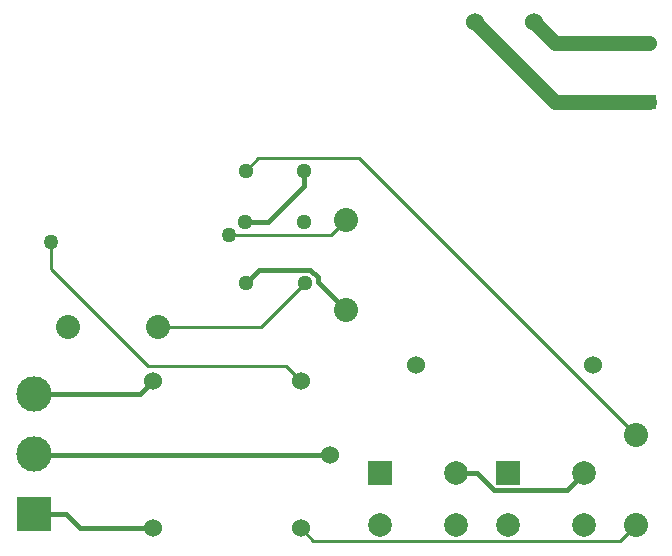
<source format=gbl>
G04 Layer_Physical_Order=2*
G04 Layer_Color=16711680*
%FSLAX24Y24*%
%MOIN*%
G70*
G01*
G75*
%ADD13C,0.0150*%
%ADD14C,0.0100*%
%ADD15R,0.0500X0.0500*%
%ADD16C,0.0500*%
%ADD17C,0.1181*%
%ADD18R,0.1181X0.1181*%
%ADD19C,0.0512*%
%ADD20C,0.0787*%
%ADD21R,0.0787X0.0787*%
%ADD22C,0.0600*%
%ADD23C,0.0800*%
%ADD24C,0.0500*%
D13*
X2140Y1640D02*
X3200D01*
X3681Y1159D01*
X6114D01*
X2140Y3640D02*
X2160Y3620D01*
X12020D01*
X5674Y5640D02*
X6114Y6081D01*
X2140Y5640D02*
X5674D01*
X11160Y12560D02*
Y13080D01*
X9960Y11360D02*
X11160Y12560D01*
X9190Y11360D02*
X9960D01*
X9661Y9781D02*
X11358D01*
X9230Y9350D02*
X9661Y9781D01*
X11611Y9359D02*
X12540Y8430D01*
X11611Y9359D02*
Y9528D01*
X11358Y9781D02*
X11611Y9528D01*
X19930Y2451D02*
X20499Y3020D01*
X17474Y2451D02*
X19930D01*
X16915Y3010D02*
X17474Y2451D01*
X16229Y3010D02*
X16915D01*
D14*
X12040Y10930D02*
X12540Y11430D01*
X8640Y10930D02*
X12040D01*
X2720Y9790D02*
X5940Y6570D01*
X9210Y13080D02*
X9620Y13490D01*
X6270Y7880D02*
X9710D01*
X11036Y1159D02*
X11465Y730D01*
X9620Y13490D02*
X12980D01*
X22210Y4260D01*
X2720Y9790D02*
Y10700D01*
X5940Y6570D02*
X10546D01*
X11036Y6081D01*
X9710Y7880D02*
X11180Y9350D01*
X11465Y730D02*
X21680D01*
X22210Y1260D01*
D15*
X22640Y15360D02*
D03*
D16*
Y17328D02*
D03*
X8640Y10930D02*
D03*
X2720Y10700D02*
D03*
D17*
X2140Y5640D02*
D03*
Y3640D02*
D03*
D18*
Y1640D02*
D03*
D19*
X9210Y13080D02*
D03*
X11160D02*
D03*
X9230Y9350D02*
D03*
X11180D02*
D03*
X11140Y11360D02*
D03*
X9190D02*
D03*
D20*
X17940Y1288D02*
D03*
X20499D02*
D03*
Y3020D02*
D03*
X16229Y3010D02*
D03*
Y1278D02*
D03*
X13670D02*
D03*
D21*
X17940Y3020D02*
D03*
X13670Y3010D02*
D03*
D22*
X14873Y6600D02*
D03*
X20779D02*
D03*
X16841Y18050D02*
D03*
X18810D02*
D03*
X12020Y3620D02*
D03*
X11036Y1159D02*
D03*
X6114D02*
D03*
Y6081D02*
D03*
X11036D02*
D03*
D23*
X22210Y4260D02*
D03*
Y1260D02*
D03*
X12540Y8430D02*
D03*
Y11430D02*
D03*
X6270Y7880D02*
D03*
X3270D02*
D03*
D24*
X18810Y18050D02*
X19532Y17328D01*
X22640D01*
X16841Y18050D02*
X19531Y15360D01*
X22640D01*
M02*

</source>
